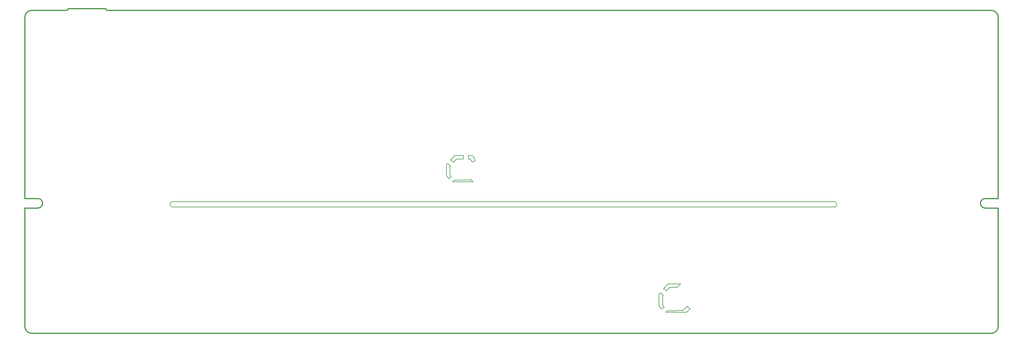
<source format=gbr>
G04 #@! TF.GenerationSoftware,KiCad,Pcbnew,(5.1.9-0-10_14)*
G04 #@! TF.CreationDate,2021-01-10T18:11:49+09:00*
G04 #@! TF.ProjectId,Jones,4a6f6e65-732e-46b6-9963-61645f706362,v.0.3.2*
G04 #@! TF.SameCoordinates,Original*
G04 #@! TF.FileFunction,Profile,NP*
%FSLAX46Y46*%
G04 Gerber Fmt 4.6, Leading zero omitted, Abs format (unit mm)*
G04 Created by KiCad (PCBNEW (5.1.9-0-10_14)) date 2021-01-10 18:11:49*
%MOMM*%
%LPD*%
G01*
G04 APERTURE LIST*
G04 #@! TA.AperFunction,Profile*
%ADD10C,0.150000*%
G04 #@! TD*
G04 #@! TA.AperFunction,Profile*
%ADD11C,0.200000*%
G04 #@! TD*
G04 #@! TA.AperFunction,Profile*
%ADD12C,0.300000*%
G04 #@! TD*
G04 APERTURE END LIST*
D10*
X209800000Y-109450000D02*
X209100000Y-110050000D01*
X209100000Y-110050000D02*
X208300000Y-109150000D01*
X208300000Y-105650000D02*
X208650000Y-105250000D01*
X214600000Y-102700000D02*
X213500000Y-103700000D01*
X209650000Y-104000000D02*
X210900000Y-102700000D01*
X213500000Y-103700000D02*
X211400000Y-103700000D01*
X209350000Y-106200000D02*
X209350000Y-108850000D01*
X209350000Y-108850000D02*
X209800000Y-109450000D01*
X210900000Y-102700000D02*
X214600000Y-102700000D01*
X211400000Y-103700000D02*
X210450000Y-104700000D01*
X209650000Y-104000000D02*
X210450000Y-104700000D01*
X209350000Y-106200000D02*
X209500000Y-105950000D01*
X208300000Y-105650000D02*
X208300000Y-109150000D01*
X208650000Y-105250000D02*
X209500000Y-105950000D01*
X217400000Y-110000000D02*
X216350000Y-111000000D01*
X210900000Y-110500000D02*
X210250000Y-111000000D01*
X210250000Y-111000000D02*
X216350000Y-111000000D01*
X210900000Y-110500000D02*
X215200000Y-110495000D01*
X216650000Y-109200000D02*
X215200000Y-110495000D01*
X216650000Y-109200000D02*
X217400000Y-110000000D01*
X153050000Y-72000000D02*
X152600000Y-72245000D01*
X153600000Y-67000000D02*
X153100000Y-66050000D01*
X154500000Y-66500000D02*
X153750000Y-65050000D01*
X154500000Y-66500000D02*
X153600000Y-67000000D01*
X153100000Y-66050000D02*
X152500000Y-66050000D01*
X152500000Y-65050000D02*
X153750000Y-65050000D01*
X152500000Y-65050000D02*
X152500000Y-66050000D01*
X153050000Y-72000000D02*
X153850000Y-72750000D01*
X148450000Y-72250000D02*
X147800000Y-72750000D01*
X147500000Y-71250000D02*
X146800000Y-71850000D01*
X146000000Y-67800000D02*
X146000000Y-70950000D01*
X147050000Y-68350000D02*
X147200000Y-68100000D01*
X146350000Y-67400000D02*
X147200000Y-68100000D01*
X147250000Y-66350000D02*
X148050000Y-67050000D01*
X147250000Y-66350000D02*
X148500000Y-65050000D01*
X146000000Y-67800000D02*
X146350000Y-67400000D01*
X146800000Y-71850000D02*
X146000000Y-70950000D01*
X147800000Y-72750000D02*
X153850000Y-72750000D01*
X148450000Y-72250000D02*
X152600000Y-72245000D01*
X147050000Y-70650000D02*
X147500000Y-71250000D01*
X147050000Y-68350000D02*
X147050000Y-70650000D01*
X149000000Y-66050000D02*
X148050000Y-67050000D01*
X151000000Y-66050000D02*
X149000000Y-66050000D01*
X151000000Y-65050000D02*
X151000000Y-66050000D01*
X148500000Y-65050000D02*
X151000000Y-65050000D01*
X65881250Y-80168750D02*
X259556250Y-80168750D01*
X259556250Y-78581250D02*
X65881250Y-78581250D01*
D11*
X259556250Y-78581250D02*
G75*
G02*
X259556250Y-80168750I0J-793750D01*
G01*
X65881250Y-80168750D02*
G75*
G02*
X65881250Y-78581250I0J793750D01*
G01*
D12*
X24600000Y-22550000D02*
G75*
G03*
X22600000Y-24550000I0J-2000000D01*
G01*
X22600000Y-115150000D02*
G75*
G03*
X24600000Y-117150000I2000000J0D01*
G01*
X305600000Y-117150000D02*
G75*
G03*
X307600000Y-115150000I0J2000000D01*
G01*
X307600000Y-24550000D02*
G75*
G03*
X305600000Y-22550000I-2000000J0D01*
G01*
X27800000Y-79050000D02*
G75*
G03*
X26400000Y-77650000I-1400000J0D01*
G01*
X302400000Y-79050000D02*
G75*
G02*
X303800000Y-77650000I1400000J0D01*
G01*
X303800000Y-80450000D02*
G75*
G02*
X302400000Y-79050000I0J1400000D01*
G01*
X26400000Y-80450000D02*
G75*
G03*
X27800000Y-79050000I0J1400000D01*
G01*
X34800000Y-22550000D02*
G75*
G03*
X35300000Y-22050000I0J500000D01*
G01*
X46300000Y-22050000D02*
G75*
G03*
X46800000Y-22550000I500000J0D01*
G01*
X305600000Y-117150000D02*
X24600000Y-117150000D01*
X24600000Y-22550000D02*
X34800000Y-22550000D01*
X35300000Y-22050000D02*
X46300000Y-22050000D01*
X303800000Y-77650000D02*
X307600000Y-77650000D01*
X303800000Y-80450000D02*
X307600000Y-80450000D01*
X307600000Y-77650000D02*
X307600000Y-24550000D01*
X307600000Y-80450000D02*
X307600000Y-115150000D01*
X22600000Y-77650000D02*
X22600000Y-24550000D01*
X26400000Y-77650000D02*
X22600000Y-77650000D01*
X22600000Y-80450000D02*
X26400000Y-80450000D01*
X22600000Y-115150000D02*
X22600000Y-80450000D01*
X305600000Y-22550000D02*
X46800000Y-22550000D01*
M02*

</source>
